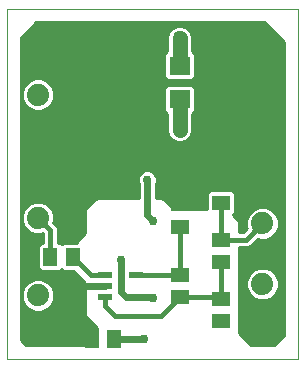
<source format=gbl>
G75*
%MOIN*%
%OFA0B0*%
%FSLAX24Y24*%
%IPPOS*%
%LPD*%
%AMOC8*
5,1,8,0,0,1.08239X$1,22.5*
%
%ADD10C,0.0000*%
%ADD11C,0.0740*%
%ADD12R,0.0512X0.0591*%
%ADD13R,0.0710X0.0630*%
%ADD14R,0.0591X0.0512*%
%ADD15R,0.0472X0.0217*%
%ADD16C,0.0500*%
%ADD17C,0.0500*%
%ADD18C,0.0100*%
%ADD19C,0.0400*%
%ADD20C,0.0240*%
%ADD21C,0.0298*%
%ADD22C,0.0160*%
D10*
X000100Y000100D02*
X000100Y011785D01*
X009785Y011785D01*
X009785Y000100D01*
X000100Y000100D01*
D11*
X001124Y001085D03*
X001124Y002225D03*
X001124Y004810D03*
X001124Y005950D03*
X001124Y007778D03*
X001124Y008918D03*
X008604Y005768D03*
X008604Y004628D03*
X008604Y002603D03*
X008604Y001463D03*
D12*
X003663Y000761D03*
X002915Y000761D03*
X002285Y003517D03*
X001537Y003517D03*
D13*
X005848Y008765D03*
X005848Y009884D03*
D14*
X007226Y006057D03*
X007226Y005309D03*
X007226Y004088D03*
X007226Y003340D03*
X007226Y002120D03*
X007226Y001372D03*
X005848Y002159D03*
X005848Y002907D03*
X005848Y004521D03*
X005848Y005269D03*
D15*
X004391Y002907D03*
X004391Y002159D03*
X003368Y002159D03*
X003368Y002533D03*
X003368Y002907D03*
D16*
X005848Y007750D03*
X005848Y010801D03*
D17*
X005848Y009884D01*
X005848Y008765D02*
X005848Y007750D01*
D18*
X006180Y007488D02*
X009335Y007488D01*
X009335Y007586D02*
X006235Y007586D01*
X006204Y007512D02*
X006268Y007666D01*
X006268Y008280D01*
X006273Y008280D01*
X006373Y008379D01*
X006373Y009150D01*
X006273Y009250D01*
X005423Y009250D01*
X005323Y009150D01*
X005323Y008379D01*
X005423Y008280D01*
X005428Y008280D01*
X005428Y007666D01*
X005492Y007512D01*
X005610Y007394D01*
X005764Y007330D01*
X005932Y007330D01*
X006086Y007394D01*
X006204Y007512D01*
X006075Y007389D02*
X009335Y007389D01*
X009335Y007291D02*
X000550Y007291D01*
X000550Y007389D02*
X005621Y007389D01*
X005516Y007488D02*
X000550Y007488D01*
X000550Y007586D02*
X005461Y007586D01*
X005428Y007685D02*
X000550Y007685D01*
X000550Y007783D02*
X005428Y007783D01*
X005428Y007882D02*
X000550Y007882D01*
X000550Y007980D02*
X005428Y007980D01*
X005428Y008079D02*
X000550Y008079D01*
X000550Y008177D02*
X005428Y008177D01*
X005428Y008276D02*
X000550Y008276D01*
X000550Y008374D02*
X005328Y008374D01*
X005323Y008473D02*
X001442Y008473D01*
X001430Y008460D02*
X001581Y008612D01*
X001664Y008811D01*
X001664Y009025D01*
X001581Y009224D01*
X001430Y009376D01*
X001231Y009458D01*
X001016Y009458D01*
X000818Y009376D01*
X000666Y009224D01*
X000584Y009025D01*
X000584Y008811D01*
X000666Y008612D01*
X000818Y008460D01*
X001016Y008378D01*
X001231Y008378D01*
X001430Y008460D01*
X001540Y008571D02*
X005323Y008571D01*
X005323Y008670D02*
X001605Y008670D01*
X001646Y008768D02*
X005323Y008768D01*
X005323Y008867D02*
X001664Y008867D01*
X001664Y008965D02*
X005323Y008965D01*
X005323Y009064D02*
X001648Y009064D01*
X001607Y009162D02*
X005335Y009162D01*
X005423Y009399D02*
X005323Y009499D01*
X005323Y010270D01*
X005423Y010369D01*
X005428Y010369D01*
X005428Y010884D01*
X005492Y011039D01*
X005610Y011157D01*
X005764Y011221D01*
X005932Y011221D01*
X006086Y011157D01*
X006204Y011039D01*
X006268Y010884D01*
X006268Y010369D01*
X006273Y010369D01*
X006373Y010270D01*
X006373Y009499D01*
X006273Y009399D01*
X005423Y009399D01*
X005364Y009458D02*
X001232Y009458D01*
X001015Y009458D02*
X000550Y009458D01*
X000550Y009556D02*
X005323Y009556D01*
X005323Y009655D02*
X000550Y009655D01*
X000550Y009753D02*
X005323Y009753D01*
X005323Y009852D02*
X000550Y009852D01*
X000550Y009950D02*
X005323Y009950D01*
X005323Y010049D02*
X000550Y010049D01*
X000550Y010147D02*
X005323Y010147D01*
X005323Y010246D02*
X000550Y010246D01*
X000550Y010344D02*
X005398Y010344D01*
X005428Y010443D02*
X000550Y010443D01*
X000550Y010541D02*
X005428Y010541D01*
X005428Y010640D02*
X000550Y010640D01*
X000550Y010738D02*
X005428Y010738D01*
X005428Y010837D02*
X000569Y010837D01*
X000550Y010818D02*
X001067Y011335D01*
X008660Y011335D01*
X009335Y010660D01*
X009335Y000902D01*
X008998Y000565D01*
X008210Y000565D01*
X007817Y000958D01*
X007817Y003838D01*
X008113Y003838D01*
X008205Y003876D01*
X008441Y004112D01*
X008497Y004088D01*
X008711Y004088D01*
X008910Y004171D01*
X009062Y004323D01*
X009144Y004521D01*
X009144Y004736D01*
X009062Y004934D01*
X008910Y005086D01*
X008711Y005168D01*
X008497Y005168D01*
X008298Y005086D01*
X008146Y004934D01*
X008064Y004736D01*
X008064Y004521D01*
X008087Y004465D01*
X007960Y004338D01*
X007817Y004338D01*
X007817Y004698D01*
X007612Y004903D01*
X007691Y004982D01*
X007691Y005635D01*
X007592Y005735D01*
X006860Y005735D01*
X006761Y005635D01*
X006761Y005092D01*
X005651Y005092D01*
X005257Y005486D01*
X005055Y005486D01*
X005055Y005943D01*
X005084Y006013D01*
X005084Y006140D01*
X005036Y006257D01*
X004946Y006347D01*
X004829Y006395D01*
X004702Y006395D01*
X004585Y006347D01*
X004495Y006257D01*
X004446Y006140D01*
X004446Y006013D01*
X004475Y005943D01*
X004475Y005486D01*
X003092Y005486D01*
X002698Y005092D01*
X002698Y004305D01*
X002376Y003983D01*
X001959Y003983D01*
X001911Y003935D01*
X001863Y003983D01*
X001787Y003983D01*
X001787Y004446D01*
X001749Y004538D01*
X001640Y004646D01*
X001664Y004702D01*
X001664Y004917D01*
X001581Y005115D01*
X001430Y005267D01*
X001231Y005350D01*
X001016Y005350D01*
X000818Y005267D01*
X000666Y005115D01*
X000584Y004917D01*
X000584Y004702D01*
X000666Y004504D01*
X000818Y004352D01*
X001016Y004270D01*
X001231Y004270D01*
X001287Y004293D01*
X001287Y004293D01*
X001287Y003983D01*
X001211Y003983D01*
X001111Y003883D01*
X001111Y003152D01*
X001211Y003052D01*
X001863Y003052D01*
X001911Y003100D01*
X001959Y003052D01*
X002305Y003052D01*
X002305Y003025D01*
X002698Y002631D01*
X002698Y001549D01*
X003092Y001155D01*
X003092Y000565D01*
X000730Y000565D01*
X000550Y000744D01*
X000550Y010818D01*
X000667Y010935D02*
X005449Y010935D01*
X005490Y011034D02*
X000766Y011034D01*
X000864Y011132D02*
X005585Y011132D01*
X006111Y011132D02*
X008863Y011132D01*
X008765Y011231D02*
X000963Y011231D01*
X001061Y011329D02*
X008666Y011329D01*
X008962Y011034D02*
X006206Y011034D01*
X006247Y010935D02*
X009060Y010935D01*
X009159Y010837D02*
X006268Y010837D01*
X006268Y010738D02*
X009257Y010738D01*
X009335Y010640D02*
X006268Y010640D01*
X006268Y010541D02*
X009335Y010541D01*
X009335Y010443D02*
X006268Y010443D01*
X006299Y010344D02*
X009335Y010344D01*
X009335Y010246D02*
X006373Y010246D01*
X006373Y010147D02*
X009335Y010147D01*
X009335Y010049D02*
X006373Y010049D01*
X006373Y009950D02*
X009335Y009950D01*
X009335Y009852D02*
X006373Y009852D01*
X006373Y009753D02*
X009335Y009753D01*
X009335Y009655D02*
X006373Y009655D01*
X006373Y009556D02*
X009335Y009556D01*
X009335Y009458D02*
X006332Y009458D01*
X006361Y009162D02*
X009335Y009162D01*
X009335Y009064D02*
X006373Y009064D01*
X006373Y008965D02*
X009335Y008965D01*
X009335Y008867D02*
X006373Y008867D01*
X006373Y008768D02*
X009335Y008768D01*
X009335Y008670D02*
X006373Y008670D01*
X006373Y008571D02*
X009335Y008571D01*
X009335Y008473D02*
X006373Y008473D01*
X006368Y008374D02*
X009335Y008374D01*
X009335Y008276D02*
X006268Y008276D01*
X006268Y008177D02*
X009335Y008177D01*
X009335Y008079D02*
X006268Y008079D01*
X006268Y007980D02*
X009335Y007980D01*
X009335Y007882D02*
X006268Y007882D01*
X006268Y007783D02*
X009335Y007783D01*
X009335Y007685D02*
X006268Y007685D01*
X005056Y006207D02*
X009335Y006207D01*
X009335Y006109D02*
X005084Y006109D01*
X005083Y006010D02*
X009335Y006010D01*
X009335Y005912D02*
X005055Y005912D01*
X005055Y005813D02*
X009335Y005813D01*
X009335Y005715D02*
X007612Y005715D01*
X007691Y005616D02*
X009335Y005616D01*
X009335Y005518D02*
X007691Y005518D01*
X007691Y005419D02*
X009335Y005419D01*
X009335Y005321D02*
X007691Y005321D01*
X007691Y005222D02*
X009335Y005222D01*
X009335Y005124D02*
X008820Y005124D01*
X008971Y005025D02*
X009335Y005025D01*
X009335Y004927D02*
X009065Y004927D01*
X009106Y004828D02*
X009335Y004828D01*
X009335Y004730D02*
X009144Y004730D01*
X009144Y004631D02*
X009335Y004631D01*
X009335Y004533D02*
X009144Y004533D01*
X009108Y004434D02*
X009335Y004434D01*
X009335Y004336D02*
X009067Y004336D01*
X008976Y004237D02*
X009335Y004237D01*
X009335Y004139D02*
X008832Y004139D01*
X008369Y004040D02*
X009335Y004040D01*
X009335Y003942D02*
X008271Y003942D01*
X008125Y003843D02*
X009335Y003843D01*
X009335Y003745D02*
X007817Y003745D01*
X007817Y003646D02*
X009335Y003646D01*
X009335Y003548D02*
X007817Y003548D01*
X007817Y003449D02*
X009335Y003449D01*
X009335Y003351D02*
X007817Y003351D01*
X007817Y003252D02*
X009335Y003252D01*
X009335Y003154D02*
X007817Y003154D01*
X007817Y003055D02*
X008292Y003055D01*
X008298Y003061D02*
X008146Y002909D01*
X008064Y002710D01*
X008064Y002496D01*
X008146Y002297D01*
X008298Y002145D01*
X008497Y002063D01*
X008711Y002063D01*
X008910Y002145D01*
X009062Y002297D01*
X009144Y002496D01*
X009144Y002710D01*
X009062Y002909D01*
X008910Y003061D01*
X008711Y003143D01*
X008497Y003143D01*
X008298Y003061D01*
X008194Y002957D02*
X007817Y002957D01*
X007817Y002858D02*
X008125Y002858D01*
X008084Y002760D02*
X007817Y002760D01*
X007817Y002661D02*
X008064Y002661D01*
X008064Y002563D02*
X007817Y002563D01*
X007817Y002464D02*
X008077Y002464D01*
X008118Y002366D02*
X007817Y002366D01*
X007817Y002267D02*
X008176Y002267D01*
X008275Y002169D02*
X007817Y002169D01*
X007817Y002070D02*
X008480Y002070D01*
X008728Y002070D02*
X009335Y002070D01*
X009335Y001972D02*
X007817Y001972D01*
X007817Y001873D02*
X009335Y001873D01*
X009335Y001775D02*
X007817Y001775D01*
X007817Y001676D02*
X009335Y001676D01*
X009335Y001578D02*
X007817Y001578D01*
X007817Y001479D02*
X009335Y001479D01*
X009335Y001381D02*
X007817Y001381D01*
X007817Y001282D02*
X009335Y001282D01*
X009335Y001184D02*
X007817Y001184D01*
X007817Y001085D02*
X009335Y001085D01*
X009335Y000987D02*
X007817Y000987D01*
X007887Y000888D02*
X009321Y000888D01*
X009223Y000790D02*
X007985Y000790D01*
X008084Y000691D02*
X009124Y000691D01*
X009026Y000593D02*
X008182Y000593D01*
X008933Y002169D02*
X009335Y002169D01*
X009335Y002267D02*
X009032Y002267D01*
X009090Y002366D02*
X009335Y002366D01*
X009335Y002464D02*
X009131Y002464D01*
X009144Y002563D02*
X009335Y002563D01*
X009335Y002661D02*
X009144Y002661D01*
X009124Y002760D02*
X009335Y002760D01*
X009335Y002858D02*
X009083Y002858D01*
X009014Y002957D02*
X009335Y002957D01*
X009335Y003055D02*
X008916Y003055D01*
X008056Y004434D02*
X007817Y004434D01*
X007817Y004533D02*
X008064Y004533D01*
X008064Y004631D02*
X007817Y004631D01*
X007785Y004730D02*
X008064Y004730D01*
X008102Y004828D02*
X007687Y004828D01*
X007635Y004927D02*
X008143Y004927D01*
X008237Y005025D02*
X007691Y005025D01*
X007691Y005124D02*
X008388Y005124D01*
X009335Y006306D02*
X004987Y006306D01*
X004544Y006306D02*
X000550Y006306D01*
X000550Y006404D02*
X009335Y006404D01*
X009335Y006503D02*
X000550Y006503D01*
X000550Y006601D02*
X009335Y006601D01*
X009335Y006700D02*
X000550Y006700D01*
X000550Y006798D02*
X009335Y006798D01*
X009335Y006897D02*
X000550Y006897D01*
X000550Y006995D02*
X009335Y006995D01*
X009335Y007094D02*
X000550Y007094D01*
X000550Y007192D02*
X009335Y007192D01*
X009335Y009261D02*
X001545Y009261D01*
X001446Y009359D02*
X009335Y009359D01*
X006840Y005715D02*
X005055Y005715D01*
X005055Y005616D02*
X006761Y005616D01*
X006761Y005518D02*
X005055Y005518D01*
X005324Y005419D02*
X006761Y005419D01*
X006761Y005321D02*
X005423Y005321D01*
X005521Y005222D02*
X006761Y005222D01*
X006761Y005124D02*
X005620Y005124D01*
X004475Y005518D02*
X000550Y005518D01*
X000550Y005616D02*
X004475Y005616D01*
X004475Y005715D02*
X000550Y005715D01*
X000550Y005813D02*
X004475Y005813D01*
X004475Y005912D02*
X000550Y005912D01*
X000550Y006010D02*
X004448Y006010D01*
X004446Y006109D02*
X000550Y006109D01*
X000550Y006207D02*
X004474Y006207D01*
X003025Y005419D02*
X000550Y005419D01*
X000550Y005321D02*
X000946Y005321D01*
X000772Y005222D02*
X000550Y005222D01*
X000550Y005124D02*
X000674Y005124D01*
X000628Y005025D02*
X000550Y005025D01*
X000550Y004927D02*
X000588Y004927D01*
X000584Y004828D02*
X000550Y004828D01*
X000550Y004730D02*
X000584Y004730D01*
X000613Y004631D02*
X000550Y004631D01*
X000550Y004533D02*
X000654Y004533D01*
X000735Y004434D02*
X000550Y004434D01*
X000550Y004336D02*
X000857Y004336D01*
X000550Y004237D02*
X001287Y004237D01*
X001287Y004139D02*
X000550Y004139D01*
X000550Y004040D02*
X001287Y004040D01*
X001170Y003942D02*
X000550Y003942D01*
X000550Y003843D02*
X001111Y003843D01*
X001111Y003745D02*
X000550Y003745D01*
X000550Y003646D02*
X001111Y003646D01*
X001111Y003548D02*
X000550Y003548D01*
X000550Y003449D02*
X001111Y003449D01*
X001111Y003351D02*
X000550Y003351D01*
X000550Y003252D02*
X001111Y003252D01*
X001111Y003154D02*
X000550Y003154D01*
X000550Y003055D02*
X001208Y003055D01*
X001231Y002765D02*
X001016Y002765D01*
X000818Y002683D01*
X000666Y002531D01*
X000584Y002333D01*
X000584Y002118D01*
X000666Y001919D01*
X000818Y001767D01*
X001016Y001685D01*
X001231Y001685D01*
X001430Y001767D01*
X001581Y001919D01*
X001664Y002118D01*
X001664Y002333D01*
X001581Y002531D01*
X001430Y002683D01*
X001231Y002765D01*
X001245Y002760D02*
X002570Y002760D01*
X002472Y002858D02*
X000550Y002858D01*
X000550Y002760D02*
X001003Y002760D01*
X000796Y002661D02*
X000550Y002661D01*
X000550Y002563D02*
X000697Y002563D01*
X000638Y002464D02*
X000550Y002464D01*
X000550Y002366D02*
X000597Y002366D01*
X000584Y002267D02*
X000550Y002267D01*
X000550Y002169D02*
X000584Y002169D01*
X000603Y002070D02*
X000550Y002070D01*
X000550Y001972D02*
X000644Y001972D01*
X000712Y001873D02*
X000550Y001873D01*
X000550Y001775D02*
X000811Y001775D01*
X000550Y001676D02*
X002698Y001676D01*
X002698Y001578D02*
X000550Y001578D01*
X000550Y001479D02*
X002768Y001479D01*
X002867Y001381D02*
X000550Y001381D01*
X000550Y001282D02*
X002965Y001282D01*
X003064Y001184D02*
X000550Y001184D01*
X000550Y001085D02*
X003092Y001085D01*
X003092Y000987D02*
X000550Y000987D01*
X000550Y000888D02*
X003092Y000888D01*
X003092Y000790D02*
X000550Y000790D01*
X000603Y000691D02*
X003092Y000691D01*
X003092Y000593D02*
X000702Y000593D01*
X001437Y001775D02*
X002698Y001775D01*
X002698Y001873D02*
X001535Y001873D01*
X001603Y001972D02*
X002698Y001972D01*
X002698Y002070D02*
X001644Y002070D01*
X001664Y002169D02*
X002698Y002169D01*
X002698Y002267D02*
X001664Y002267D01*
X001650Y002366D02*
X002698Y002366D01*
X002698Y002464D02*
X001609Y002464D01*
X001550Y002563D02*
X002698Y002563D01*
X002669Y002661D02*
X001451Y002661D01*
X001866Y003055D02*
X001956Y003055D01*
X002373Y002957D02*
X000550Y002957D01*
X001787Y004040D02*
X002434Y004040D01*
X002532Y004139D02*
X001787Y004139D01*
X001787Y004237D02*
X002631Y004237D01*
X002698Y004336D02*
X001787Y004336D01*
X001787Y004434D02*
X002698Y004434D01*
X002698Y004533D02*
X001751Y004533D01*
X001656Y004631D02*
X002698Y004631D01*
X002698Y004730D02*
X001664Y004730D01*
X001664Y004828D02*
X002698Y004828D01*
X002698Y004927D02*
X001660Y004927D01*
X001619Y005025D02*
X002698Y005025D01*
X002730Y005124D02*
X001573Y005124D01*
X001475Y005222D02*
X002828Y005222D01*
X002927Y005321D02*
X001301Y005321D01*
X001904Y003942D02*
X001918Y003942D01*
X000805Y008473D02*
X000550Y008473D01*
X000550Y008571D02*
X000707Y008571D01*
X000642Y008670D02*
X000550Y008670D01*
X000550Y008768D02*
X000601Y008768D01*
X000584Y008867D02*
X000550Y008867D01*
X000550Y008965D02*
X000584Y008965D01*
X000599Y009064D02*
X000550Y009064D01*
X000550Y009162D02*
X000640Y009162D01*
X000702Y009261D02*
X000550Y009261D01*
X000550Y009359D02*
X000801Y009359D01*
D19*
X008801Y009817D03*
D20*
X004765Y006076D02*
X004765Y004895D01*
X004962Y004698D01*
X003880Y003419D02*
X003880Y002336D01*
X004057Y002159D01*
X004391Y002159D01*
X004962Y002159D01*
X004962Y002139D01*
X004667Y000761D02*
X003663Y000761D01*
X003368Y002533D02*
X002502Y002533D01*
D21*
X003880Y003419D03*
X004962Y004698D03*
X004765Y006076D03*
X002502Y004502D03*
X004962Y002139D03*
X004667Y000761D03*
D22*
X005238Y001549D02*
X005848Y002159D01*
X007187Y002159D01*
X007226Y002120D01*
X007226Y003340D01*
X007226Y004088D02*
X008064Y004088D01*
X008604Y004628D01*
X007226Y004088D02*
X007226Y005309D01*
X005848Y004521D02*
X005848Y002907D01*
X004391Y002907D01*
X003368Y002907D02*
X002895Y002907D01*
X002285Y003517D01*
X001537Y003517D02*
X001537Y004396D01*
X001124Y004810D01*
X003368Y002159D02*
X003368Y001864D01*
X003683Y001549D01*
X005238Y001549D01*
M02*

</source>
